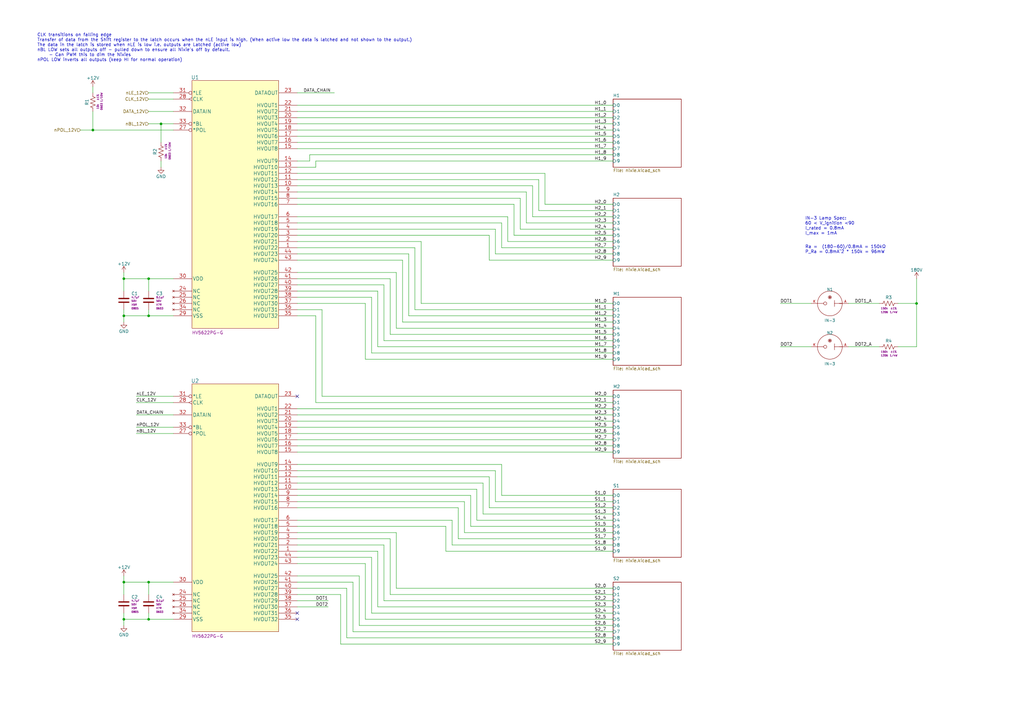
<source format=kicad_sch>
(kicad_sch (version 20231120) (generator "eeschema") (generator_version "8.0")
  (paper "A3")
  (title_block (date "2024-05-14") (rev "1"))
  (lib_symbols
    (symbol ".arjun:IC_SR_MC_HV5622PG-G" (pin_names (offset 0.254))
      (property "Reference" "U" (at 8.89 6.35 0))
      (property "ManufacturerPN" "HV5622PG-G" (at 7.62 -99.06 0))
      (symbol "IC_SR_MC_HV5622PG-G_0_1"
        (rectangle (start 7.62 5.08) (end 43.18 -96.52) (fill (type background)))
      )
      (symbol "IC_SR_MC_HV5622PG-G_1_1"
        (pin output line (at 50.8 -63.5 180) (length 7.62) (name "HVOUT22") (number "1"))
        (pin output line (at 50.8 -38.1 180) (length 7.62) (name "HVOUT13") (number "10"))
        (pin output line (at 50.8 -35.56 180) (length 7.62) (name "HVOUT12") (number "11"))
        (pin output line (at 50.8 -33.02 180) (length 7.62) (name "HVOUT11") (number "12"))
        (pin output line (at 50.8 -30.48 180) (length 7.62) (name "HVOUT10") (number "13"))
        (pin output line (at 50.8 -27.94 180) (length 7.62) (name "HVOUT9") (number "14"))
        (pin output line (at 50.8 -22.86 180) (length 7.62) (name "HVOUT8") (number "15"))
        (pin output line (at 50.8 -20.32 180) (length 7.62) (name "HVOUT7") (number "16"))
        (pin output line (at 50.8 -17.78 180) (length 7.62) (name "HVOUT6") (number "17"))
        (pin output line (at 50.8 -15.24 180) (length 7.62) (name "HVOUT5") (number "18"))
        (pin output line (at 50.8 -12.7 180) (length 7.62) (name "HVOUT4") (number "19"))
        (pin output line (at 50.8 -60.96 180) (length 7.62) (name "HVOUT21") (number "2"))
        (pin output line (at 50.8 -10.16 180) (length 7.62) (name "HVOUT3") (number "20"))
        (pin output line (at 50.8 -7.62 180) (length 7.62) (name "HVOUT2") (number "21"))
        (pin output line (at 50.8 -5.08 180) (length 7.62) (name "HVOUT1") (number "22"))
        (pin output line (at 50.8 0 180) (length 7.62) (name "DATAOUT") (number "23"))
        (pin no_connect line (at 0 -81.28 0) (length 7.62) (name "NC") (number "24"))
        (pin no_connect line (at 0 -83.82 0) (length 7.62) (name "NC") (number "25"))
        (pin no_connect line (at 0 -86.36 0) (length 7.62) (name "NC") (number "26"))
        (pin input inverted (at 0 -15.24 0) (length 7.62) (name "*POL") (number "27"))
        (pin input edge_clock_high (at 0 -2.54 0) (length 7.62) (name "CLK") (number "28"))
        (pin power_in line (at 0 -91.44 0) (length 7.62) (name "VSS") (number "29"))
        (pin output line (at 50.8 -58.42 180) (length 7.62) (name "HVOUT20") (number "3"))
        (pin power_in line (at 0 -76.2 0) (length 7.62) (name "VDD") (number "30"))
        (pin input inverted (at 0 0 0) (length 7.62) (name "*LE") (number "31"))
        (pin input line (at 0 -7.62 0) (length 7.62) (name "DATAIN") (number "32"))
        (pin input inverted (at 0 -12.7 0) (length 7.62) (name "*BL") (number "33"))
        (pin no_connect line (at 0 -88.9 0) (length 7.62) (name "NC") (number "34"))
        (pin output line (at 50.8 -91.44 180) (length 7.62) (name "HVOUT32") (number "35"))
        (pin output line (at 50.8 -88.9 180) (length 7.62) (name "HVOUT31") (number "36"))
        (pin output line (at 50.8 -86.36 180) (length 7.62) (name "HVOUT30") (number "37"))
        (pin output line (at 50.8 -83.82 180) (length 7.62) (name "HVOUT29") (number "38"))
        (pin output line (at 50.8 -81.28 180) (length 7.62) (name "HVOUT28") (number "39"))
        (pin output line (at 50.8 -55.88 180) (length 7.62) (name "HVOUT19") (number "4"))
        (pin output line (at 50.8 -78.74 180) (length 7.62) (name "HVOUT27") (number "40"))
        (pin output line (at 50.8 -76.2 180) (length 7.62) (name "HVOUT26") (number "41"))
        (pin output line (at 50.8 -73.66 180) (length 7.62) (name "HVOUT25") (number "42"))
        (pin output line (at 50.8 -68.58 180) (length 7.62) (name "HVOUT24") (number "43"))
        (pin output line (at 50.8 -66.04 180) (length 7.62) (name "HVOUT23") (number "44"))
        (pin output line (at 50.8 -53.34 180) (length 7.62) (name "HVOUT18") (number "5"))
        (pin output line (at 50.8 -50.8 180) (length 7.62) (name "HVOUT17") (number "6"))
        (pin output line (at 50.8 -45.72 180) (length 7.62) (name "HVOUT16") (number "7"))
        (pin output line (at 50.8 -43.18 180) (length 7.62) (name "HVOUT15") (number "8"))
        (pin output line (at 50.8 -40.64 180) (length 7.62) (name "HVOUT14") (number "9"))
      )
    )
    (symbol "arjun_symbols:+180V" (power) (pin_names (offset 0))
      (property "Value" "+180V" (at 0 3.556 0))
      (symbol "+180V_0_1"
        (polyline (pts (xy -0.762 1.27) (xy 0 2.54)))
        (polyline (pts (xy 0 0) (xy 0 2.54)))
        (polyline (pts (xy 0 2.54) (xy 0.762 1.27)))
      )
      (symbol "+180V_1_1"
        (pin power_in line (at 0 0 90) (length 0) hide (name "180V") (number "1"))
      )
    )
    (symbol "arjun_symbols:CAP_CER_0u1_50V_X7R_0603" (pin_numbers hide) (pin_names (offset 0.254))
      (property "Reference" "C" (at 3.048 -1.016 0))
      (property "Capacitance" "0.1µF" (at 3.048 -2.54 0))
      (property "Voltage" "50V" (at 3.048 -4.064 0))
      (property "Package" "0603" (at 3.048 -7.112 0))
      (property "Temp Co" "X7R" (at 3.048 -5.588 0))
      (symbol "CAP_CER_0u1_50V_X7R_0603_0_1"
        (polyline (pts (xy -2.032 -4.572) (xy 2.032 -4.572)) (stroke (width 0.508)))
        (polyline (pts (xy -2.032 -3.048) (xy 2.032 -3.048)) (stroke (width 0.508)))
      )
      (symbol "CAP_CER_0u1_50V_X7R_0603_1_1"
        (pin passive line (at 0 0 270) (length 2.794) (name "~") (number "1"))
        (pin passive line (at 0 -7.62 90) (length 2.794) (name "~") (number "2"))
      )
    )
    (symbol "arjun_symbols:CAP_CER_4u7_50V_X5R_0805" (pin_numbers hide) (pin_names (offset 0.254))
      (property "Reference" "C" (at 3.048 -1.016 0))
      (property "Capacitance" "4.7µF" (at 3.048 -2.54 0))
      (property "Voltage" "50V" (at 3.048 -4.064 0))
      (property "Package" "0805" (at 3.048 -7.112 0))
      (property "Temp Co" "X5R" (at 3.048 -5.588 0))
      (symbol "CAP_CER_4u7_50V_X5R_0805_0_1"
        (polyline (pts (xy -2.032 -4.572) (xy 2.032 -4.572)) (stroke (width 0.508)))
        (polyline (pts (xy -2.032 -3.048) (xy 2.032 -3.048)) (stroke (width 0.508)))
      )
      (symbol "CAP_CER_4u7_50V_X5R_0805_1_1"
        (pin passive line (at 0 0 270) (length 2.794) (name "~") (number "1"))
        (pin passive line (at 0 -7.62 90) (length 2.794) (name "~") (number "2"))
      )
    )
    (symbol "arjun_symbols:IN-3" (pin_names (offset 1.016) hide)
      (property "Reference" "N" (at 7.62 5.08 0))
      (property "Value" "IN-3" (at 7.62 -7.62 0))
      (symbol "IN-3_1_0"
        (polyline (pts (xy 2.54 0) (xy 3.175 0)))
        (polyline (pts (xy 3.175 0) (xy 2.54 0)))
        (polyline (pts (xy 3.175 0) (xy 5.715 0)))
        (polyline (pts (xy 3.81 0) (xy 3.175 0)))
        (polyline (pts (xy 5.715 0) (xy 5.715 -1.27)))
        (polyline (pts (xy 5.715 0) (xy 5.715 1.27)))
        (polyline (pts (xy 7.2898 2.54) (xy 7.62 2.54)))
        (polyline (pts (xy 7.62 2.54) (xy 7.62 2.2352)))
        (polyline (pts (xy 7.62 2.54) (xy 7.62 2.8448)))
        (polyline (pts (xy 7.62 2.54) (xy 7.9248 2.54)))
        (polyline (pts (xy 12.7 0) (xy 10.16 0)))
      )
      (symbol "IN-3_1_1"
        (circle (center 7.62 0) (radius 5.08))
        (circle (center 7.62 2.54) (radius 0.3048))
        (circle (center 7.62 2.54) (radius 0.635))
        (circle (center 9.525 0) (radius 0.635))
        (pin bidirectional line (at 0 0 0) (length 2.54) (name "A") (number "A"))
        (pin bidirectional line (at 15.24 0 180) (length 2.54) (name "K") (number "K"))
      )
    )
    (symbol "arjun_symbols:RES_10K_1P_1/10W_0603" (pin_numbers hide) (pin_names (offset 0))
      (property "Reference" "R" (at -3.175 -3.81 90))
      (property "Resistance" "10k" (at 2.032 -5.588 90))
      (property "Tolerance" "±1% " (at 2.032 -1.524 90))
      (property "Package" "0603" (at 3.556 -5.588 90))
      (property "Power" "1/10W" (at 3.556 -1.778 90))
      (symbol "RES_10K_1P_1/10W_0603_0_1"
        (polyline (pts (xy 0 -6.096) (xy 0 -6.35)))
        (polyline (pts (xy 0 -1.524) (xy 0 -1.27)))
        (polyline (pts (xy 0 -4.572) (xy 1.016 -4.953) (xy 0 -5.334) (xy -1.016 -5.715) (xy 0 -6.096)))
        (polyline (pts (xy 0 -3.048) (xy 1.016 -3.429) (xy 0 -3.81) (xy -1.016 -4.191) (xy 0 -4.572)))
        (polyline (pts (xy 0 -1.524) (xy 1.016 -1.905) (xy 0 -2.286) (xy -1.016 -2.667) (xy 0 -3.048)))
      )
      (symbol "RES_10K_1P_1/10W_0603_1_1"
        (pin passive line (at 0 0 270) (length 1.27) (name "~") (number "1"))
        (pin passive line (at 0 -7.62 90) (length 1.27) (name "~") (number "2"))
      )
    )
    (symbol "arjun_symbols:RES_150K_1P_1/4W_1206" (pin_numbers hide) (pin_names (offset 0))
      (property "Reference" "R" (at -3.175 -3.81 90))
      (property "Resistance" "150k" (at 2.032 -5.588 90))
      (property "Tolerance" "±1% " (at 2.032 -1.524 90))
      (property "Package" "1206" (at 3.556 -5.588 90))
      (property "Power" "1/4W" (at 3.556 -1.778 90))
      (symbol "RES_150K_1P_1/4W_1206_0_1"
        (polyline (pts (xy 0 -6.096) (xy 0 -6.35)))
        (polyline (pts (xy 0 -1.524) (xy 0 -1.27)))
        (polyline (pts (xy 0 -4.572) (xy 1.016 -4.953) (xy 0 -5.334) (xy -1.016 -5.715) (xy 0 -6.096)))
        (polyline (pts (xy 0 -3.048) (xy 1.016 -3.429) (xy 0 -3.81) (xy -1.016 -4.191) (xy 0 -4.572)))
        (polyline (pts (xy 0 -1.524) (xy 1.016 -1.905) (xy 0 -2.286) (xy -1.016 -2.667) (xy 0 -3.048)))
      )
      (symbol "RES_150K_1P_1/4W_1206_1_1"
        (pin passive line (at 0 0 270) (length 1.27) (name "~") (number "1"))
        (pin passive line (at 0 -7.62 90) (length 1.27) (name "~") (number "2"))
      )
    )
    (symbol "power:+12V" (power) (pin_names (offset 0))
      (property "Value" "+12V" (at 0 3.556 0))
      (symbol "+12V_0_1"
        (polyline (pts (xy -0.762 1.27) (xy 0 2.54)))
        (polyline (pts (xy 0 0) (xy 0 2.54)))
        (polyline (pts (xy 0 2.54) (xy 0.762 1.27)))
      )
      (symbol "+12V_1_1"
        (pin power_in line (at 0 0 90) (length 0) hide (name "+12V") (number "1"))
      )
    )
    (symbol "power:GND" (power) (pin_names (offset 0))
      (property "Value" "GND" (at 0 -3.81 0))
      (symbol "GND_0_1"
        (polyline (pts (xy 0 0) (xy 0 -1.27) (xy 1.27 -1.27) (xy 0 -2.54) (xy -1.27 -1.27) (xy 0 -1.27)))
      )
      (symbol "GND_1_1"
        (pin power_in line (at 0 0 270) (length 0) hide (name "GND") (number "1"))
      )
    )
  )
  (junction (at 38.1 53.34))
  (junction (at 50.8 238.76))
  (junction (at 66.04 50.8))
  (junction (at 60.96 254))
  (junction (at 60.96 114.3))
  (junction (at 50.8 114.3))
  (junction (at 375.92 124.46))
  (junction (at 50.8 254))
  (junction (at 60.96 129.54))
  (junction (at 50.8 129.54))
  (junction (at 60.96 238.76))
  (no_connect (at 121.92 162.56))
  (no_connect (at 121.92 254))
  (no_connect (at 121.92 251.46))
  (wire (pts (xy 121.92 73.66) (xy 220.98 73.66)))
  (wire (pts (xy 121.92 114.3) (xy 160.02 114.3)))
  (wire (pts (xy 251.46 256.54) (xy 147.32 256.54)))
  (wire (pts (xy 60.96 238.76) (xy 60.96 243.84)))
  (wire (pts (xy 121.92 96.52) (xy 200.66 96.52)))
  (wire (pts (xy 172.72 124.46) (xy 251.46 124.46)))
  (wire (pts (xy 121.92 121.92) (xy 152.4 121.92)))
  (wire (pts (xy 160.02 243.84) (xy 251.46 243.84)))
  (wire (pts (xy 157.48 139.7) (xy 251.46 139.7)))
  (wire (pts (xy 129.54 129.54) (xy 129.54 165.1)))
  (wire (pts (xy 121.92 223.52) (xy 157.48 223.52)))
  (wire (pts (xy 60.96 127) (xy 60.96 129.54)))
  (wire (pts (xy 121.92 218.44) (xy 162.56 218.44)))
  (wire (pts (xy 162.56 111.76) (xy 162.56 134.62)))
  (wire (pts (xy 50.8 119.38) (xy 50.8 114.3)))
  (wire (pts (xy 193.04 203.2) (xy 121.92 203.2)))
  (wire (pts (xy 55.88 165.1) (xy 71.12 165.1)))
  (wire (pts (xy 121.92 116.84) (xy 157.48 116.84)))
  (wire (pts (xy 160.02 220.98) (xy 160.02 243.84)))
  (wire (pts (xy 203.2 93.98) (xy 203.2 104.14)))
  (wire (pts (xy 205.74 101.6) (xy 205.74 91.44)))
  (wire (pts (xy 149.86 147.32) (xy 251.46 147.32)))
  (wire (pts (xy 55.88 170.18) (xy 71.12 170.18)))
  (wire (pts (xy 154.94 248.92) (xy 251.46 248.92)))
  (wire (pts (xy 50.8 251.46) (xy 50.8 254)))
  (wire (pts (xy 38.1 45.72) (xy 38.1 53.34)))
  (wire (pts (xy 347.98 142.24) (xy 360.68 142.24)))
  (wire (pts (xy 152.4 228.6) (xy 121.92 228.6)))
  (wire (pts (xy 60.96 251.46) (xy 60.96 254)))
  (wire (pts (xy 198.12 210.82) (xy 251.46 210.82)))
  (wire (pts (xy 121.92 129.54) (xy 129.54 129.54)))
  (wire (pts (xy 121.92 58.42) (xy 251.46 58.42)))
  (wire (pts (xy 187.96 220.98) (xy 251.46 220.98)))
  (wire (pts (xy 121.92 68.58) (xy 129.54 68.58)))
  (wire (pts (xy 121.92 193.04) (xy 203.2 193.04)))
  (wire (pts (xy 152.4 251.46) (xy 251.46 251.46)))
  (wire (pts (xy 149.86 254) (xy 251.46 254)))
  (wire (pts (xy 121.92 48.26) (xy 251.46 48.26)))
  (wire (pts (xy 210.82 83.82) (xy 210.82 96.52)))
  (wire (pts (xy 139.7 264.16) (xy 251.46 264.16)))
  (wire (pts (xy 200.66 195.58) (xy 200.66 208.28)))
  (wire (pts (xy 121.92 220.98) (xy 160.02 220.98)))
  (wire (pts (xy 121.92 172.72) (xy 251.46 172.72)))
  (wire (pts (xy 121.92 91.44) (xy 205.74 91.44)))
  (wire (pts (xy 60.96 45.72) (xy 71.12 45.72)))
  (wire (pts (xy 213.36 93.98) (xy 251.46 93.98)))
  (wire (pts (xy 55.88 162.56) (xy 71.12 162.56)))
  (wire (pts (xy 121.92 185.42) (xy 251.46 185.42)))
  (wire (pts (xy 215.9 91.44) (xy 251.46 91.44)))
  (wire (pts (xy 144.78 259.08) (xy 251.46 259.08)))
  (wire (pts (xy 121.92 78.74) (xy 215.9 78.74)))
  (wire (pts (xy 66.04 50.8) (xy 71.12 50.8)))
  (wire (pts (xy 60.96 114.3) (xy 71.12 114.3)))
  (wire (pts (xy 121.92 238.76) (xy 144.78 238.76)))
  (wire (pts (xy 60.96 38.1) (xy 71.12 38.1)))
  (wire (pts (xy 121.92 231.14) (xy 149.86 231.14)))
  (wire (pts (xy 185.42 223.52) (xy 251.46 223.52)))
  (wire (pts (xy 127 66.04) (xy 127 63.5)))
  (wire (pts (xy 157.48 223.52) (xy 157.48 246.38)))
  (wire (pts (xy 121.92 182.88) (xy 251.46 182.88)))
  (wire (pts (xy 50.8 129.54) (xy 60.96 129.54)))
  (wire (pts (xy 167.64 129.54) (xy 251.46 129.54)))
  (wire (pts (xy 121.92 60.96) (xy 251.46 60.96)))
  (wire (pts (xy 38.1 35.56) (xy 38.1 38.1)))
  (wire (pts (xy 121.92 111.76) (xy 162.56 111.76)))
  (wire (pts (xy 60.96 254) (xy 71.12 254)))
  (wire (pts (xy 50.8 114.3) (xy 60.96 114.3)))
  (wire (pts (xy 172.72 99.06) (xy 172.72 124.46)))
  (wire (pts (xy 121.92 53.34) (xy 251.46 53.34)))
  (wire (pts (xy 149.86 124.46) (xy 149.86 147.32)))
  (wire (pts (xy 121.92 45.72) (xy 251.46 45.72)))
  (wire (pts (xy 121.92 195.58) (xy 200.66 195.58)))
  (wire (pts (xy 203.2 104.14) (xy 251.46 104.14)))
  (wire (pts (xy 50.8 238.76) (xy 60.96 238.76)))
  (wire (pts (xy 121.92 248.92) (xy 134.62 248.92)))
  (wire (pts (xy 121.92 190.5) (xy 205.74 190.5)))
  (wire (pts (xy 154.94 119.38) (xy 154.94 142.24)))
  (wire (pts (xy 121.92 213.36) (xy 185.42 213.36)))
  (wire (pts (xy 121.92 81.28) (xy 213.36 81.28)))
  (wire (pts (xy 185.42 213.36) (xy 185.42 223.52)))
  (wire (pts (xy 203.2 205.74) (xy 251.46 205.74)))
  (wire (pts (xy 121.92 106.68) (xy 165.1 106.68)))
  (wire (pts (xy 121.92 83.82) (xy 210.82 83.82)))
  (wire (pts (xy 182.88 226.06) (xy 251.46 226.06)))
  (wire (pts (xy 127 63.5) (xy 251.46 63.5)))
  (wire (pts (xy 121.92 104.14) (xy 167.64 104.14)))
  (wire (pts (xy 55.88 175.26) (xy 71.12 175.26)))
  (wire (pts (xy 208.28 99.06) (xy 251.46 99.06)))
  (wire (pts (xy 251.46 261.62) (xy 142.24 261.62)))
  (wire (pts (xy 157.48 246.38) (xy 251.46 246.38)))
  (wire (pts (xy 152.4 121.92) (xy 152.4 144.78)))
  (wire (pts (xy 190.5 218.44) (xy 251.46 218.44)))
  (wire (pts (xy 121.92 180.34) (xy 251.46 180.34)))
  (wire (pts (xy 50.8 254) (xy 60.96 254)))
  (wire (pts (xy 195.58 200.66) (xy 195.58 213.36)))
  (wire (pts (xy 121.92 101.6) (xy 170.18 101.6)))
  (wire (pts (xy 375.92 124.46) (xy 375.92 114.3)))
  (wire (pts (xy 121.92 50.8) (xy 251.46 50.8)))
  (wire (pts (xy 147.32 256.54) (xy 147.32 236.22)))
  (wire (pts (xy 200.66 208.28) (xy 251.46 208.28)))
  (wire (pts (xy 170.18 101.6) (xy 170.18 127)))
  (wire (pts (xy 121.92 167.64) (xy 251.46 167.64)))
  (wire (pts (xy 121.92 243.84) (xy 139.7 243.84)))
  (wire (pts (xy 154.94 142.24) (xy 251.46 142.24)))
  (wire (pts (xy 121.92 124.46) (xy 149.86 124.46)))
  (wire (pts (xy 60.96 114.3) (xy 60.96 119.38)))
  (wire (pts (xy 200.66 106.68) (xy 200.66 96.52)))
  (wire (pts (xy 60.96 40.64) (xy 71.12 40.64)))
  (wire (pts (xy 121.92 66.04) (xy 127 66.04)))
  (wire (pts (xy 121.92 226.06) (xy 154.94 226.06)))
  (wire (pts (xy 121.92 205.74) (xy 190.5 205.74)))
  (wire (pts (xy 121.92 43.18) (xy 251.46 43.18)))
  (wire (pts (xy 193.04 215.9) (xy 251.46 215.9)))
  (wire (pts (xy 50.8 256.54) (xy 50.8 254)))
  (wire (pts (xy 375.92 142.24) (xy 375.92 124.46)))
  (wire (pts (xy 347.98 124.46) (xy 360.68 124.46)))
  (wire (pts (xy 55.88 177.8) (xy 71.12 177.8)))
  (wire (pts (xy 50.8 132.08) (xy 50.8 129.54)))
  (wire (pts (xy 320.04 142.24) (xy 332.74 142.24)))
  (wire (pts (xy 121.92 175.26) (xy 251.46 175.26)))
  (wire (pts (xy 195.58 213.36) (xy 251.46 213.36)))
  (wire (pts (xy 121.92 200.66) (xy 195.58 200.66)))
  (wire (pts (xy 215.9 78.74) (xy 215.9 91.44)))
  (wire (pts (xy 152.4 251.46) (xy 152.4 228.6)))
  (wire (pts (xy 368.3 142.24) (xy 375.92 142.24)))
  (wire (pts (xy 66.04 50.8) (xy 66.04 58.42)))
  (wire (pts (xy 220.98 73.66) (xy 220.98 86.36)))
  (wire (pts (xy 144.78 238.76) (xy 144.78 259.08)))
  (wire (pts (xy 320.04 124.46) (xy 332.74 124.46)))
  (wire (pts (xy 132.08 127) (xy 132.08 162.56)))
  (wire (pts (xy 60.96 238.76) (xy 71.12 238.76)))
  (wire (pts (xy 129.54 165.1) (xy 251.46 165.1)))
  (wire (pts (xy 132.08 162.56) (xy 251.46 162.56)))
  (wire (pts (xy 121.92 71.12) (xy 223.52 71.12)))
  (wire (pts (xy 210.82 96.52) (xy 251.46 96.52)))
  (wire (pts (xy 142.24 241.3) (xy 121.92 241.3)))
  (wire (pts (xy 251.46 106.68) (xy 200.66 106.68)))
  (wire (pts (xy 203.2 193.04) (xy 203.2 205.74)))
  (wire (pts (xy 157.48 116.84) (xy 157.48 139.7)))
  (wire (pts (xy 121.92 215.9) (xy 182.88 215.9)))
  (wire (pts (xy 139.7 243.84) (xy 139.7 264.16)))
  (wire (pts (xy 50.8 111.76) (xy 50.8 114.3)))
  (wire (pts (xy 149.86 231.14) (xy 149.86 254)))
  (wire (pts (xy 193.04 215.9) (xy 193.04 203.2)))
  (wire (pts (xy 198.12 210.82) (xy 198.12 198.12)))
  (wire (pts (xy 121.92 93.98) (xy 203.2 93.98)))
  (wire (pts (xy 50.8 127) (xy 50.8 129.54)))
  (wire (pts (xy 213.36 93.98) (xy 213.36 81.28)))
  (wire (pts (xy 162.56 218.44) (xy 162.56 241.3)))
  (wire (pts (xy 170.18 127) (xy 251.46 127)))
  (wire (pts (xy 38.1 53.34) (xy 71.12 53.34)))
  (wire (pts (xy 182.88 226.06) (xy 182.88 215.9)))
  (wire (pts (xy 152.4 144.78) (xy 251.46 144.78)))
  (wire (pts (xy 129.54 68.58) (xy 129.54 66.04)))
  (wire (pts (xy 60.96 50.8) (xy 66.04 50.8)))
  (wire (pts (xy 121.92 55.88) (xy 251.46 55.88)))
  (wire (pts (xy 208.28 88.9) (xy 208.28 99.06)))
  (wire (pts (xy 121.92 38.1) (xy 137.16 38.1)))
  (wire (pts (xy 129.54 66.04) (xy 251.46 66.04)))
  (wire (pts (xy 147.32 236.22) (xy 121.92 236.22)))
  (wire (pts (xy 223.52 83.82) (xy 251.46 83.82)))
  (wire (pts (xy 220.98 86.36) (xy 251.46 86.36)))
  (wire (pts (xy 162.56 241.3) (xy 251.46 241.3)))
  (wire (pts (xy 154.94 226.06) (xy 154.94 248.92)))
  (wire (pts (xy 187.96 220.98) (xy 187.96 208.28)))
  (wire (pts (xy 121.92 127) (xy 132.08 127)))
  (wire (pts (xy 205.74 190.5) (xy 205.74 203.2)))
  (wire (pts (xy 121.92 88.9) (xy 208.28 88.9)))
  (wire (pts (xy 121.92 99.06) (xy 172.72 99.06)))
  (wire (pts (xy 162.56 134.62) (xy 251.46 134.62)))
  (wire (pts (xy 121.92 177.8) (xy 251.46 177.8)))
  (wire (pts (xy 187.96 208.28) (xy 121.92 208.28)))
  (wire (pts (xy 50.8 236.22) (xy 50.8 238.76)))
  (wire (pts (xy 223.52 71.12) (xy 223.52 83.82)))
  (wire (pts (xy 218.44 88.9) (xy 218.44 76.2)))
  (wire (pts (xy 50.8 243.84) (xy 50.8 238.76)))
  (wire (pts (xy 205.74 203.2) (xy 251.46 203.2)))
  (wire (pts (xy 121.92 76.2) (xy 218.44 76.2)))
  (wire (pts (xy 167.64 104.14) (xy 167.64 129.54)))
  (wire (pts (xy 60.96 129.54) (xy 71.12 129.54)))
  (wire (pts (xy 160.02 114.3) (xy 160.02 137.16)))
  (wire (pts (xy 121.92 119.38) (xy 154.94 119.38)))
  (wire (pts (xy 198.12 198.12) (xy 121.92 198.12)))
  (wire (pts (xy 66.04 68.58) (xy 66.04 66.04)))
  (wire (pts (xy 121.92 170.18) (xy 251.46 170.18)))
  (wire (pts (xy 121.92 246.38) (xy 134.62 246.38)))
  (wire (pts (xy 33.02 53.34) (xy 38.1 53.34)))
  (wire (pts (xy 160.02 137.16) (xy 251.46 137.16)))
  (wire (pts (xy 251.46 101.6) (xy 205.74 101.6)))
  (wire (pts (xy 165.1 132.08) (xy 251.46 132.08)))
  (wire (pts (xy 165.1 106.68) (xy 165.1 132.08)))
  (wire (pts (xy 142.24 261.62) (xy 142.24 241.3)))
  (wire (pts (xy 368.3 124.46) (xy 375.92 124.46)))
  (wire (pts (xy 190.5 205.74) (xy 190.5 218.44)))
  (wire (pts (xy 218.44 88.9) (xy 251.46 88.9)))
  (text "CLK transitions on falling edge\nTransfer of data from the Shift register to the latch occurs when the nLE input is high. (When active low the data is latched and not shown to the output.)\nThe data in the latch is stored when nLE is low i.e. outputs are Latched (active low)\nnBL LOW sets all outputs off - pulled down to ensure all Nixie's off by default.\n	- Can PWM this to dim the Nixies\nnPOL LOW inverts all outputs (keep HI for normal operation)\n" (at 15.24 25.4 0) (effects (font (size 1.27 1.27)) (justify left bottom)))
  (text "Ra =  (180-60)/0.8mA = 150kΩ\nP_Ra = 0.8mA^2 * 150k = 96mW\n" (at 330.2 104.14 0) (effects (font (size 1.27 1.27)) (justify left bottom)))
  (text "IN-3 Lamp Spec:\n60 < V_ignition <90\nI_rated = 0.8mA\nI_max = 1mA" (at 330.2 96.52 0) (effects (font (size 1.27 1.27)) (justify left bottom)))
  (label "M2_7" (at 243.84 180.34 0))
  (label "S2_5" (at 243.84 254 0))
  (label "S2_0" (at 243.84 241.3 0))
  (label "H2_0" (at 243.84 83.82 0))
  (label "M2_5" (at 243.84 175.26 0))
  (label "S1_8" (at 243.84 223.52 0))
  (label "H1_1" (at 243.84 45.72 0))
  (label "H2_2" (at 243.84 88.9 0))
  (label "H1_3" (at 243.84 50.8 0))
  (label "M2_0" (at 243.84 162.56 0))
  (label "M1_9" (at 243.84 147.32 0))
  (label "H1_9" (at 243.84 66.04 0))
  (label "CLK_12V" (at 55.88 165.1 0))
  (label "S1_9" (at 243.84 226.06 0))
  (label "DATA_CHAIN" (at 55.88 170.18 0))
  (label "M2_9" (at 243.84 185.42 0))
  (label "H2_7" (at 243.84 101.6 0))
  (label "DOT1_A" (at 350.52 124.46 0))
  (label "DOT1" (at 129.54 246.38 0))
  (label "S1_6" (at 243.84 218.44 0))
  (label "H2_5" (at 243.84 96.52 0))
  (label "H2_8" (at 243.84 104.14 0))
  (label "H1_2" (at 243.84 48.26 0))
  (label "DOT1" (at 320.04 124.46 0))
  (label "S2_3" (at 243.84 248.92 0))
  (label "DOT2" (at 129.54 248.92 0))
  (label "S2_9" (at 243.84 264.16 0))
  (label "M2_6" (at 243.84 177.8 0))
  (label "nBL_12V" (at 55.88 177.8 0))
  (label "H1_4" (at 243.84 53.34 0))
  (label "S1_4" (at 243.84 213.36 0))
  (label "M2_3" (at 243.84 170.18 0))
  (label "M2_1" (at 243.84 165.1 0))
  (label "M1_6" (at 243.84 139.7 0))
  (label "DOT2_A" (at 350.52 142.24 0))
  (label "DATA_CHAIN" (at 124.46 38.1 0))
  (label "H2_6" (at 243.84 99.06 0))
  (label "S2_7" (at 243.84 259.08 0))
  (label "S1_2" (at 243.84 208.28 0))
  (label "M2_8" (at 243.84 182.88 0))
  (label "H2_1" (at 243.84 86.36 0))
  (label "S1_7" (at 243.84 220.98 0))
  (label "H1_8" (at 243.84 63.5 0))
  (label "S1_5" (at 243.84 215.9 0))
  (label "nLE_12V" (at 55.88 162.56 0))
  (label "S2_8" (at 243.84 261.62 0))
  (label "S2_6" (at 243.84 256.54 0))
  (label "M2_4" (at 243.84 172.72 0))
  (label "S2_1" (at 243.84 243.84 0))
  (label "M1_4" (at 243.84 134.62 0))
  (label "H2_3" (at 243.84 91.44 0))
  (label "S2_4" (at 243.84 251.46 0))
  (label "M1_7" (at 243.84 142.24 0))
  (label "H1_0" (at 243.84 43.18 0))
  (label "DOT2" (at 320.04 142.24 0))
  (label "H2_9" (at 243.84 106.68 0))
  (label "M1_3" (at 243.84 132.08 0))
  (label "M1_1" (at 243.84 127 0))
  (label "H2_4" (at 243.84 93.98 0))
  (label "S2_2" (at 243.84 246.38 0))
  (label "M1_5" (at 243.84 137.16 0))
  (label "S1_3" (at 243.84 210.82 0))
  (label "H1_7" (at 243.84 60.96 0))
  (label "S1_0" (at 243.84 203.2 0))
  (label "M1_2" (at 243.84 129.54 0))
  (label "M1_0" (at 243.84 124.46 0))
  (label "S1_1" (at 243.84 205.74 0))
  (label "H1_5" (at 243.84 55.88 0))
  (label "M2_2" (at 243.84 167.64 0))
  (label "M1_8" (at 243.84 144.78 0))
  (label "H1_6" (at 243.84 58.42 0))
  (label "nPOL_12V" (at 55.88 175.26 0))
  (hierarchical_label "nBL_12V" (shape input) (at 60.96 50.8 180))
  (hierarchical_label "nLE_12V" (shape input) (at 60.96 38.1 180))
  (hierarchical_label "CLK_12V" (shape input) (at 60.96 40.64 180))
  (hierarchical_label "nPOL_12V" (shape input) (at 33.02 53.34 180))
  (hierarchical_label "DATA_12V" (shape input) (at 60.96 45.72 180))
  (symbol (lib_id "arjun_symbols:RES_150K_1P_1/4W_1206") (at 368.3 124.46 270) (unit 1)
    (property "Reference" "R3" (at 364.49 121.285 90) (effects (justify top)))
    (property "Value" "RES_150K_1P_1/4W_1206" (effects (hide yes)))
    (property "Footprint" "Resistor_SMD:R_1206_3216Metric" (effects (hide yes)))
    (property "Datasheet" "https://www.yageo.com/upload/media/product/productsearch/datasheet/rchip/PYu-RC_Group_51_RoHS_L_12.pdf" (effects (hide yes)))
    (property "Manufacturer" "YAGEO" (effects (hide yes)))
    (property "ManufacturerPN" "RC1206FR-07150KL" (effects (hide yes)))
    (property "Vendor" "Digi-Key" (effects (hide yes)))
    (property "VendorPN" "311-150KFRCT-ND" (effects (hide yes)))
    (property "Resistance" "150k" (at 362.712 126.492 90) (effects (font (size 0.762 0.762))))
    (property "Tolerance" "±1% " (at 366.776 126.492 90) (effects (font (size 0.762 0.762))))
    (property "Package" "1206" (at 362.712 128.016 90) (effects (font (size 0.762 0.762))))
    (property "Power" "1/4W" (at 366.522 128.016 90) (effects (font (size 0.762 0.762))))
  )
  (symbol (lib_id "power:+12V") (at 50.8 236.22 0) (unit 1)
    (property "Reference" "#PWR04" (effects (hide yes)))
    (property "Value" "+12V" (at 50.8 232.664 0))
  )
  (symbol (lib_id "arjun_symbols:RES_150K_1P_1/4W_1206") (at 368.3 142.24 270) (unit 1)
    (property "Reference" "R4" (at 364.49 139.065 90) (effects (justify top)))
    (property "Value" "RES_150K_1P_1/4W_1206" (effects (hide yes)))
    (property "Footprint" "Resistor_SMD:R_1206_3216Metric" (effects (hide yes)))
    (property "Datasheet" "https://www.yageo.com/upload/media/product/productsearch/datasheet/rchip/PYu-RC_Group_51_RoHS_L_12.pdf" (effects (hide yes)))
    (property "Manufacturer" "YAGEO" (effects (hide yes)))
    (property "ManufacturerPN" "RC1206FR-07150KL" (effects (hide yes)))
    (property "Vendor" "Digi-Key" (effects (hide yes)))
    (property "VendorPN" "311-150KFRCT-ND" (effects (hide yes)))
    (property "Resistance" "150k" (at 362.712 144.272 90) (effects (font (size 0.762 0.762))))
    (property "Tolerance" "±1% " (at 366.776 144.272 90) (effects (font (size 0.762 0.762))))
    (property "Package" "1206" (at 362.712 145.796 90) (effects (font (size 0.762 0.762))))
    (property "Power" "1/4W" (at 366.522 145.796 90) (effects (font (size 0.762 0.762))))
  )
  (symbol (lib_id ".arjun:IC_SR_MC_HV5622PG-G") (at 71.12 162.56 0) (unit 1)
    (property "Reference" "U2" (at 80.01 156.21 0) (effects (font (size 1.524 1.524))))
    (property "Value" "IC_SR_MC_HV5622PG-G" (effects (hide yes)))
    (property "Footprint" "arjun_footprints:HV5622PG-G" (effects (hide yes)))
    (property "Datasheet" "https://ww1.microchip.com/downloads/aemDocuments/documents/OTH/ProductDocuments/DataSheets/20005854A.pdf" (effects (hide yes)))
    (property "Manufacturer" "Microchip Technology" (effects (hide yes)))
    (property "ManufacturerPN" "HV5622PG-G" (at 78.74 261.62 0) (effects (justify left bottom)))
    (property "Vendor" "Digi-Key" (effects (hide yes)))
    (property "VendorPN" "HV5622PG-G-ND" (effects (hide yes)))
  )
  (symbol (lib_id "arjun_symbols:+180V") (at 375.92 114.3 0) (unit 1)
    (property "Reference" "#PWR07" (effects (hide yes)))
    (property "Value" "180V" (at 375.92 110.744 0))
  )
  (symbol (lib_id "arjun_symbols:RES_10K_1P_1/10W_0603") (at 66.04 58.42 0) (unit 1)
    (property "Reference" "R2" (at 62.865 62.23 90) (effects (justify top)))
    (property "Value" "RES_10K_1P_1/10W_0603" (effects (hide yes)))
    (property "Footprint" "Resistor_SMD:R_0603_1608Metric" (effects (hide yes)))
    (property "Datasheet" "https://www.yageo.com/upload/media/product/productsearch/datasheet/rchip/PYu-RC_Group_51_RoHS_L_12.pdf" (effects (hide yes)))
    (property "Manufacturer" "YAGEO" (effects (hide yes)))
    (property "ManufacturerPN" "RC0603FR-0710KL" (effects (hide yes)))
    (property "Vendor" "Digi-Key" (effects (hide yes)))
    (property "VendorPN" "311-10.0KHRCT-ND" (effects (hide yes)))
    (property "Resistance" "10k" (at 68.072 64.008 90) (effects (font (size 0.762 0.762))))
    (property "Tolerance" "±1% " (at 68.072 59.944 90) (effects (font (size 0.762 0.762))))
    (property "Package" "0603" (at 69.596 64.008 90) (effects (font (size 0.762 0.762))))
    (property "Power" "1/10W" (at 69.596 60.198 90) (effects (font (size 0.762 0.762))))
  )
  (symbol (lib_id "arjun_symbols:CAP_CER_0u1_50V_X7R_0603") (at 60.96 243.84 0) (unit 1)
    (property "Reference" "C4" (at 64.008 244.856 0) (effects (justify left)))
    (property "Value" "CAP_CER_0u1_50V_X7R_0603" (effects (hide yes)))
    (property "Footprint" "Capacitor_SMD:C_0603_1608Metric" (effects (hide yes)))
    (property "Datasheet" "https://search.murata.co.jp/Ceramy/image/img/A01X/G101/ENG/GRM21BR61H475KE51-01.pdf" (effects (hide yes)))
    (property "Manufacturer" "Samsung Electro-Mechanics" (effects (hide yes)))
    (property "ManufacturerPN" "CL10B104KB8NNNC" (effects (hide yes)))
    (property "Vendor" "Digi-Key" (effects (hide yes)))
    (property "VendorPN" "1276-1000-1-ND" (effects (hide yes)))
    (property "Capacitance" "0.1µF" (at 64.008 246.38 0) (effects (font (size 0.762 0.762)) (justify left)))
    (property "Voltage" "50V" (at 64.008 247.904 0) (effects (font (size 0.762 0.762)) (justify left)))
    (property "Package" "0603" (at 64.008 250.952 0) (effects (font (size 0.762 0.762)) (justify left)))
    (property "Temp Co" "X7R" (at 64.008 249.428 0) (effects (font (size 0.762 0.762)) (justify left)))
  )
  (symbol (lib_id "arjun_symbols:IN-3") (at 347.98 142.24 0) (mirror y) (unit 1)
    (property "Reference" "N2" (at 340.36 137.16 0) (effects (font (size 1.143 1.143)) (justify bottom)))
    (property "Value" "IN-3" (at 340.36 149.86 0) (effects (font (size 1.143 1.143)) (justify bottom)))
    (property "Footprint" "arjun_footprints:IN-3" (effects (hide yes)))
    (property "Datasheet" "http://www.tube-tester.com/sites/nixie/dat_arch/IN-3.pdf" (effects (hide yes)))
  )
  (symbol (lib_id "power:GND") (at 66.04 68.58 0) (unit 1)
    (property "Reference" "#PWR06" (effects (hide yes)))
    (property "Value" "GND" (at 66.04 72.39 0))
  )
  (symbol (lib_id "power:GND") (at 50.8 256.54 0) (unit 1)
    (property "Reference" "#PWR05" (effects (hide yes)))
    (property "Value" "GND" (at 50.8 260.35 0))
  )
  (symbol (lib_id "power:+12V") (at 38.1 35.56 0) (unit 1)
    (property "Reference" "#PWR01" (effects (hide yes)))
    (property "Value" "+12V" (at 38.1 32.004 0))
  )
  (symbol (lib_id "arjun_symbols:RES_10K_1P_1/10W_0603") (at 38.1 38.1 0) (unit 1)
    (property "Reference" "R1" (at 34.925 41.91 90) (effects (justify top)))
    (property "Value" "RES_10K_1P_1/10W_0603" (effects (hide yes)))
    (property "Footprint" "Resistor_SMD:R_0603_1608Metric" (effects (hide yes)))
    (property "Datasheet" "https://www.yageo.com/upload/media/product/productsearch/datasheet/rchip/PYu-RC_Group_51_RoHS_L_12.pdf" (effects (hide yes)))
    (property "Manufacturer" "YAGEO" (effects (hide yes)))
    (property "ManufacturerPN" "RC0603FR-0710KL" (effects (hide yes)))
    (property "Vendor" "Digi-Key" (effects (hide yes)))
    (property "VendorPN" "311-10.0KHRCT-ND" (effects (hide yes)))
    (property "Resistance" "10k" (at 40.132 43.688 90) (effects (font (size 0.762 0.762))))
    (property "Tolerance" "±1% " (at 40.132 39.624 90) (effects (font (size 0.762 0.762))))
    (property "Package" "0603" (at 41.656 43.688 90) (effects (font (size 0.762 0.762))))
    (property "Power" "1/10W" (at 41.656 39.878 90) (effects (font (size 0.762 0.762))))
  )
  (symbol (lib_id "power:+12V") (at 50.8 111.76 0) (unit 1)
    (property "Reference" "#PWR02" (effects (hide yes)))
    (property "Value" "+12V" (at 50.8 108.204 0))
  )
  (symbol (lib_id ".arjun:IC_SR_MC_HV5622PG-G") (at 71.12 38.1 0) (unit 1)
    (property "Reference" "U1" (at 80.01 31.75 0) (effects (font (size 1.524 1.524))))
    (property "Value" "IC_SR_MC_HV5622PG-G" (effects (hide yes)))
    (property "Footprint" "arjun_footprints:HV5622PG-G" (effects (hide yes)))
    (property "Datasheet" "https://ww1.microchip.com/downloads/aemDocuments/documents/OTH/ProductDocuments/DataSheets/20005854A.pdf" (effects (hide yes)))
    (property "Manufacturer" "Microchip Technology" (effects (hide yes)))
    (property "ManufacturerPN" "HV5622PG-G" (at 78.74 137.16 0) (effects (justify left bottom)))
    (property "Vendor" "Digi-Key" (effects (hide yes)))
    (property "VendorPN" "HV5622PG-G-ND" (effects (hide yes)))
  )
  (symbol (lib_id "arjun_symbols:CAP_CER_0u1_50V_X7R_0603") (at 60.96 119.38 0) (unit 1)
    (property "Reference" "C3" (at 64.008 120.396 0) (effects (justify left)))
    (property "Value" "CAP_CER_0u1_50V_X7R_0603" (effects (hide yes)))
    (property "Footprint" "Capacitor_SMD:C_0603_1608Metric" (effects (hide yes)))
    (property "Datasheet" "https://search.murata.co.jp/Ceramy/image/img/A01X/G101/ENG/GRM21BR61H475KE51-01.pdf" (effects (hide yes)))
    (property "Manufacturer" "Samsung Electro-Mechanics" (effects (hide yes)))
    (property "ManufacturerPN" "CL10B104KB8NNNC" (effects (hide yes)))
    (property "Vendor" "Digi-Key" (effects (hide yes)))
    (property "VendorPN" "1276-1000-1-ND" (effects (hide yes)))
    (property "Capacitance" "0.1µF" (at 64.008 121.92 0) (effects (font (size 0.762 0.762)) (justify left)))
    (property "Voltage" "50V" (at 64.008 123.444 0) (effects (font (size 0.762 0.762)) (justify left)))
    (property "Package" "0603" (at 64.008 126.492 0) (effects (font (size 0.762 0.762)) (justify left)))
    (property "Temp Co" "X7R" (at 64.008 124.968 0) (effects (font (size 0.762 0.762)) (justify left)))
  )
  (symbol (lib_id "power:GND") (at 50.8 132.08 0) (unit 1)
    (property "Reference" "#PWR03" (effects (hide yes)))
    (property "Value" "GND" (at 50.8 135.89 0))
  )
  (symbol (lib_id "arjun_symbols:CAP_CER_4u7_50V_X5R_0805") (at 50.8 243.84 0) (unit 1)
    (property "Reference" "C2" (at 53.848 244.856 0) (effects (justify left)))
    (property "Value" "CAP_CER_4u7_50V_X5R_0805" (effects (hide yes)))
    (property "Footprint" "Capacitor_SMD:C_0805_2012Metric" (effects (hide yes)))
    (property "Datasheet" "https://search.murata.co.jp/Ceramy/image/img/A01X/G101/ENG/GRM21BR61H475KE51-01.pdf" (effects (hide yes)))
    (property "Manufacturer" "Murata Electronics" (effects (hide yes)))
    (property "ManufacturerPN" "GRM21BR61H475KE51L" (effects (hide yes)))
    (property "Vendor" "Digi-Key" (effects (hide yes)))
    (property "VendorPN" "490-10751-1-ND" (effects (hide yes)))
    (property "Capacitance" "4.7µF" (at 53.848 246.38 0) (effects (font (size 0.762 0.762)) (justify left)))
    (property "Voltage" "50V" (at 53.848 247.904 0) (effects (font (size 0.762 0.762)) (justify left)))
    (property "Package" "0805" (at 53.848 250.952 0) (effects (font (size 0.762 0.762)) (justify left)))
    (property "Temp Co" "X5R" (at 53.848 249.428 0) (effects (font (size 0.762 0.762)) (justify left)))
  )
  (symbol (lib_id "arjun_symbols:IN-3") (at 347.98 124.46 0) (mirror y) (unit 1)
    (property "Reference" "N1" (at 340.36 119.38 0) (effects (font (size 1.143 1.143)) (justify bottom)))
    (property "Value" "IN-3" (at 340.36 132.08 0) (effects (font (size 1.143 1.143)) (justify bottom)))
    (property "Footprint" "arjun_footprints:IN-3" (effects (hide yes)))
    (property "Datasheet" "http://www.tube-tester.com/sites/nixie/dat_arch/IN-3.pdf" (effects (hide yes)))
  )
  (symbol (lib_id "arjun_symbols:CAP_CER_4u7_50V_X5R_0805") (at 50.8 119.38 0) (unit 1)
    (property "Reference" "C1" (at 53.848 120.396 0) (effects (justify left)))
    (property "Value" "CAP_CER_4u7_50V_X5R_0805" (effects (hide yes)))
    (property "Footprint" "Capacitor_SMD:C_0805_2012Metric" (effects (hide yes)))
    (property "Datasheet" "https://search.murata.co.jp/Ceramy/image/img/A01X/G101/ENG/GRM21BR61H475KE51-01.pdf" (effects (hide yes)))
    (property "Manufacturer" "Murata Electronics" (effects (hide yes)))
    (property "ManufacturerPN" "GRM21BR61H475KE51L" (effects (hide yes)))
    (property "Vendor" "Digi-Key" (effects (hide yes)))
    (property "VendorPN" "490-10751-1-ND" (effects (hide yes)))
    (property "Capacitance" "4.7µF" (at 53.848 121.92 0) (effects (font (size 0.762 0.762)) (justify left)))
    (property "Voltage" "50V" (at 53.848 123.444 0) (effects (font (size 0.762 0.762)) (justify left)))
    (property "Package" "0805" (at 53.848 126.492 0) (effects (font (size 0.762 0.762)) (justify left)))
    (property "Temp Co" "X5R" (at 53.848 124.968 0) (effects (font (size 0.762 0.762)) (justify left)))
  )
  (sheet (at 251.46 238.76) (size 27.94 27.94) (stroke (width 0.1524))
    (property "Sheetname" "S2" (at 251.46 238.0484 0) (effects (justify left bottom)))
    (property "Sheetfile" "nixie.kicad_sch" (at 251.46 267.2846 0) (effects (justify left top)))
    (pin "9" input (at 251.46 264.16 180))
    (pin "6" input (at 251.46 256.54 180))
    (pin "8" input (at 251.46 261.62 180))
    (pin "7" input (at 251.46 259.08 180))
    (pin "5" input (at 251.46 254 180))
    (pin "1" input (at 251.46 243.84 180))
    (pin "3" input (at 251.46 248.92 180))
    (pin "2" input (at 251.46 246.38 180))
    (pin "0" input (at 251.46 241.3 180))
    (pin "4" input (at 251.46 251.46 180))
  )
  (sheet (at 251.46 200.66) (size 27.94 27.94) (stroke (width 0.1524))
    (property "Sheetname" "S1" (at 251.46 199.9484 0) (effects (justify left bottom)))
    (property "Sheetfile" "nixie.kicad_sch" (at 251.46 229.1846 0) (effects (justify left top)))
    (pin "9" input (at 251.46 226.06 180))
    (pin "6" input (at 251.46 218.44 180))
    (pin "8" input (at 251.46 223.52 180))
    (pin "7" input (at 251.46 220.98 180))
    (pin "5" input (at 251.46 215.9 180))
    (pin "1" input (at 251.46 205.74 180))
    (pin "3" input (at 251.46 210.82 180))
    (pin "2" input (at 251.46 208.28 180))
    (pin "0" input (at 251.46 203.2 180))
    (pin "4" input (at 251.46 213.36 180))
  )
  (sheet (at 251.46 81.28) (size 27.94 27.94) (stroke (width 0.1524))
    (property "Sheetname" "H2" (at 251.46 80.5684 0) (effects (justify left bottom)))
    (property "Sheetfile" "nixie.kicad_sch" (at 251.46 109.8046 0) (effects (justify left top)))
    (pin "9" input (at 251.46 106.68 180))
    (pin "6" input (at 251.46 99.06 180))
    (pin "8" input (at 251.46 104.14 180))
    (pin "7" input (at 251.46 101.6 180))
    (pin "5" input (at 251.46 96.52 180))
    (pin "1" input (at 251.46 86.36 180))
    (pin "3" input (at 251.46 91.44 180))
    (pin "2" input (at 251.46 88.9 180))
    (pin "0" input (at 251.46 83.82 180))
    (pin "4" input (at 251.46 93.98 180))
  )
  (sheet (at 251.46 40.64) (size 27.94 27.94) (stroke (width 0.1524))
    (property "Sheetname" "H1" (at 251.46 39.9284 0) (effects (justify left bottom)))
    (property "Sheetfile" "nixie.kicad_sch" (at 251.46 69.1646 0) (effects (justify left top)))
    (pin "9" input (at 251.46 66.04 180))
    (pin "6" input (at 251.46 58.42 180))
    (pin "8" input (at 251.46 63.5 180))
    (pin "7" input (at 251.46 60.96 180))
    (pin "5" input (at 251.46 55.88 180))
    (pin "1" input (at 251.46 45.72 180))
    (pin "3" input (at 251.46 50.8 180))
    (pin "2" input (at 251.46 48.26 180))
    (pin "0" input (at 251.46 43.18 180))
    (pin "4" input (at 251.46 53.34 180))
  )
  (sheet (at 251.46 121.92) (size 27.94 27.94) (stroke (width 0.1524))
    (property "Sheetname" "M1" (at 251.46 121.2084 0) (effects (justify left bottom)))
    (property "Sheetfile" "nixie.kicad_sch" (at 251.46 150.4446 0) (effects (justify left top)))
    (pin "9" input (at 251.46 147.32 180))
    (pin "6" input (at 251.46 139.7 180))
    (pin "8" input (at 251.46 144.78 180))
    (pin "7" input (at 251.46 142.24 180))
    (pin "5" input (at 251.46 137.16 180))
    (pin "1" input (at 251.46 127 180))
    (pin "3" input (at 251.46 132.08 180))
    (pin "2" input (at 251.46 129.54 180))
    (pin "0" input (at 251.46 124.46 180))
    (pin "4" input (at 251.46 134.62 180))
  )
  (sheet (at 251.46 160.02) (size 27.94 27.94) (stroke (width 0.1524))
    (property "Sheetname" "M2" (at 251.46 159.3084 0) (effects (justify left bottom)))
    (property "Sheetfile" "nixie.kicad_sch" (at 251.46 188.5446 0) (effects (justify left top)))
    (pin "9" input (at 251.46 185.42 180))
    (pin "6" input (at 251.46 177.8 180))
    (pin "8" input (at 251.46 182.88 180))
    (pin "7" input (at 251.46 180.34 180))
    (pin "5" input (at 251.46 175.26 180))
    (pin "1" input (at 251.46 165.1 180))
    (pin "3" input (at 251.46 170.18 180))
    (pin "2" input (at 251.46 167.64 180))
    (pin "0" input (at 251.46 162.56 180))
    (pin "4" input (at 251.46 172.72 180))
  )
)
</source>
